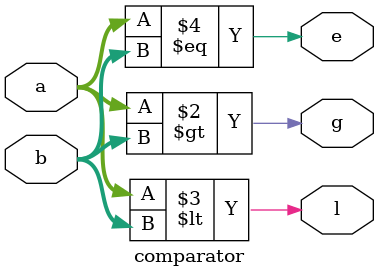
<source format=v>
module comparator(a,b,g,l,e);
  parameter N=8;
  input [N-1:0]a,b;
  output reg g,l,e;
  always @(*)
    begin
      g=a>b;
      l=a<b;
      e=a==b;
    end
endmodule

</source>
